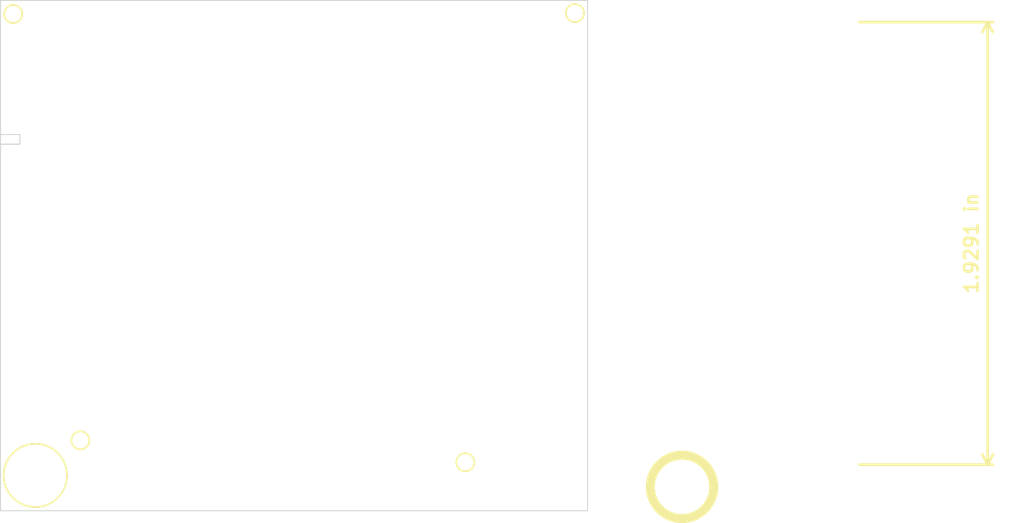
<source format=kicad_pcb>
(kicad_pcb (version 3) (host pcbnew "(22-Jun-2014 BZR 4027)-stable")

  (general
    (links 61)
    (no_connects 53)
    (area -25.094001 -10.989 174.550001 113.050001)
    (thickness 1.6)
    (drawings 16)
    (tracks 0)
    (zones 0)
    (modules 14)
    (nets 14)
  )

  (page A3)
  (layers
    (15 F.Cu signal hide)
    (0 B.Cu signal hide)
    (16 B.Adhes user hide)
    (17 F.Adhes user hide)
    (18 B.Paste user hide)
    (19 F.Paste user hide)
    (20 B.SilkS user hide)
    (21 F.SilkS user)
    (22 B.Mask user hide)
    (23 F.Mask user hide)
    (24 Dwgs.User user hide)
    (25 Cmts.User user hide)
    (26 Eco1.User user hide)
    (27 Eco2.User user hide)
    (28 Edge.Cuts user)
  )

  (setup
    (last_trace_width 0.254)
    (trace_clearance 0.254)
    (zone_clearance 0.508)
    (zone_45_only no)
    (trace_min 0.254)
    (segment_width 1)
    (edge_width 0.1)
    (via_size 0.889)
    (via_drill 0.635)
    (via_min_size 0.889)
    (via_min_drill 0.508)
    (uvia_size 0.508)
    (uvia_drill 0.127)
    (uvias_allowed no)
    (uvia_min_size 0.508)
    (uvia_min_drill 0.127)
    (pcb_text_width 0.3)
    (pcb_text_size 1.5 1.5)
    (mod_edge_width 0.15)
    (mod_text_size 1 1)
    (mod_text_width 0.15)
    (pad_size 1.5 1.5)
    (pad_drill 0.6)
    (pad_to_mask_clearance 0)
    (aux_axis_origin 0 0)
    (visible_elements FFFFFFBF)
    (pcbplotparams
      (layerselection 3178497)
      (usegerberextensions true)
      (excludeedgelayer true)
      (linewidth 0.100000)
      (plotframeref false)
      (viasonmask false)
      (mode 1)
      (useauxorigin false)
      (hpglpennumber 1)
      (hpglpenspeed 20)
      (hpglpendiameter 15)
      (hpglpenoverlay 2)
      (psnegative false)
      (psa4output false)
      (plotreference true)
      (plotvalue true)
      (plotothertext true)
      (plotinvisibletext false)
      (padsonsilk false)
      (subtractmaskfromsilk false)
      (outputformat 1)
      (mirror false)
      (drillshape 1)
      (scaleselection 1)
      (outputdirectory ""))
  )

  (net 0 "")
  (net 1 /RPi_GPIO/+5V)
  (net 2 /RPi_GPIO/VCC)
  (net 3 AGND)
  (net 4 N-000001)
  (net 5 N-0000010)
  (net 6 N-0000011)
  (net 7 N-0000012)
  (net 8 N-000002)
  (net 9 N-000004)
  (net 10 N-000006)
  (net 11 N-0000069)
  (net 12 N-0000073)
  (net 13 N-000008)

  (net_class Default "This is the default net class."
    (clearance 0.254)
    (trace_width 0.254)
    (via_dia 0.889)
    (via_drill 0.635)
    (uvia_dia 0.508)
    (uvia_drill 0.127)
    (add_net "")
    (add_net /RPi_GPIO/+5V)
    (add_net /RPi_GPIO/VCC)
    (add_net AGND)
    (add_net N-000001)
    (add_net N-0000010)
    (add_net N-0000011)
    (add_net N-0000012)
    (add_net N-000002)
    (add_net N-000004)
    (add_net N-000006)
    (add_net N-0000069)
    (add_net N-0000073)
    (add_net N-000008)
  )

  (module R6 (layer F.Cu) (tedit 200000) (tstamp 5827C20F)
    (at 0 0)
    (descr "Resistance 6 pas")
    (tags R)
    (path /5515D395/5822A805)
    (autoplace_cost180 10)
    (fp_text reference R1 (at 0 0) (layer F.SilkS)
      (effects (font (size 1.397 1.27) (thickness 0.2032)))
    )
    (fp_text value 191K (at 0.254 0) (layer F.SilkS) hide
      (effects (font (size 1.397 1.27) (thickness 0.2032)))
    )
    (fp_line (start -6.35 -1.27) (end 6.35 -1.27) (layer F.SilkS) (width 0.3048))
    (fp_line (start 6.35 -1.27) (end 6.35 1.27) (layer F.SilkS) (width 0.3048))
    (fp_line (start 6.35 1.27) (end -6.35 1.27) (layer F.SilkS) (width 0.3048))
    (fp_line (start 6.35 0) (end 7.62 0) (layer F.SilkS) (width 0.3048))
    (fp_line (start -7.62 0) (end -6.35 0) (layer F.SilkS) (width 0.3048))
    (fp_line (start -6.35 -0.508) (end -5.588 -1.27) (layer F.SilkS) (width 0.3048))
    (fp_line (start -6.35 -1.27) (end -6.35 1.27) (layer F.SilkS) (width 0.3048))
    (pad 1 thru_hole circle (at -7.62 0) (size 1.778 1.778) (drill 1.143)
      (layers *.Cu *.Mask F.SilkS)
      (net 1 /RPi_GPIO/+5V)
    )
    (pad 2 thru_hole circle (at 7.62 0) (size 1.778 1.778) (drill 1.143)
      (layers *.Cu *.Mask F.SilkS)
      (net 12 N-0000073)
    )
    (model discret/resistor.wrl
      (at (xyz 0 0 0))
      (scale (xyz 0.6 0.6 0.6))
      (rotate (xyz 0 0 0))
    )
  )

  (module R6 (layer F.Cu) (tedit 200000) (tstamp 5827C21C)
    (at 0 0)
    (descr "Resistance 6 pas")
    (tags R)
    (path /5515D395/5822A983)
    (autoplace_cost180 10)
    (fp_text reference R2 (at 0 0) (layer F.SilkS)
      (effects (font (size 1.397 1.27) (thickness 0.2032)))
    )
    (fp_text value 42.2K (at 0.254 0) (layer F.SilkS) hide
      (effects (font (size 1.397 1.27) (thickness 0.2032)))
    )
    (fp_line (start -6.35 -1.27) (end 6.35 -1.27) (layer F.SilkS) (width 0.3048))
    (fp_line (start 6.35 -1.27) (end 6.35 1.27) (layer F.SilkS) (width 0.3048))
    (fp_line (start 6.35 1.27) (end -6.35 1.27) (layer F.SilkS) (width 0.3048))
    (fp_line (start 6.35 0) (end 7.62 0) (layer F.SilkS) (width 0.3048))
    (fp_line (start -7.62 0) (end -6.35 0) (layer F.SilkS) (width 0.3048))
    (fp_line (start -6.35 -0.508) (end -5.588 -1.27) (layer F.SilkS) (width 0.3048))
    (fp_line (start -6.35 -1.27) (end -6.35 1.27) (layer F.SilkS) (width 0.3048))
    (pad 1 thru_hole circle (at -7.62 0) (size 1.778 1.778) (drill 1.143)
      (layers *.Cu *.Mask F.SilkS)
      (net 12 N-0000073)
    )
    (pad 2 thru_hole circle (at 7.62 0) (size 1.778 1.778) (drill 1.143)
      (layers *.Cu *.Mask F.SilkS)
      (net 3 AGND)
    )
    (model discret/resistor.wrl
      (at (xyz 0 0 0))
      (scale (xyz 0.6 0.6 0.6))
      (rotate (xyz 0 0 0))
    )
  )

  (module R6 (layer F.Cu) (tedit 200000) (tstamp 5827C229)
    (at 0 0)
    (descr "Resistance 6 pas")
    (tags R)
    (path /5515D395/5823F7AF)
    (autoplace_cost180 10)
    (fp_text reference R5 (at 0 0) (layer F.SilkS)
      (effects (font (size 1.397 1.27) (thickness 0.2032)))
    )
    (fp_text value R (at 0.254 0) (layer F.SilkS) hide
      (effects (font (size 1.397 1.27) (thickness 0.2032)))
    )
    (fp_line (start -6.35 -1.27) (end 6.35 -1.27) (layer F.SilkS) (width 0.3048))
    (fp_line (start 6.35 -1.27) (end 6.35 1.27) (layer F.SilkS) (width 0.3048))
    (fp_line (start 6.35 1.27) (end -6.35 1.27) (layer F.SilkS) (width 0.3048))
    (fp_line (start 6.35 0) (end 7.62 0) (layer F.SilkS) (width 0.3048))
    (fp_line (start -7.62 0) (end -6.35 0) (layer F.SilkS) (width 0.3048))
    (fp_line (start -6.35 -0.508) (end -5.588 -1.27) (layer F.SilkS) (width 0.3048))
    (fp_line (start -6.35 -1.27) (end -6.35 1.27) (layer F.SilkS) (width 0.3048))
    (pad 1 thru_hole circle (at -7.62 0) (size 1.778 1.778) (drill 1.143)
      (layers *.Cu *.Mask F.SilkS)
      (net 3 AGND)
    )
    (pad 2 thru_hole circle (at 7.62 0) (size 1.778 1.778) (drill 1.143)
      (layers *.Cu *.Mask F.SilkS)
      (net 8 N-000002)
    )
    (model discret/resistor.wrl
      (at (xyz 0 0 0))
      (scale (xyz 0.6 0.6 0.6))
      (rotate (xyz 0 0 0))
    )
  )

  (module R6 (layer F.Cu) (tedit 200000) (tstamp 5827C236)
    (at 0 0)
    (descr "Resistance 6 pas")
    (tags R)
    (path /5515D395/5823F7BE)
    (autoplace_cost180 10)
    (fp_text reference R4 (at 0 0) (layer F.SilkS)
      (effects (font (size 1.397 1.27) (thickness 0.2032)))
    )
    (fp_text value 3.3M (at 0.254 0) (layer F.SilkS) hide
      (effects (font (size 1.397 1.27) (thickness 0.2032)))
    )
    (fp_line (start -6.35 -1.27) (end 6.35 -1.27) (layer F.SilkS) (width 0.3048))
    (fp_line (start 6.35 -1.27) (end 6.35 1.27) (layer F.SilkS) (width 0.3048))
    (fp_line (start 6.35 1.27) (end -6.35 1.27) (layer F.SilkS) (width 0.3048))
    (fp_line (start 6.35 0) (end 7.62 0) (layer F.SilkS) (width 0.3048))
    (fp_line (start -7.62 0) (end -6.35 0) (layer F.SilkS) (width 0.3048))
    (fp_line (start -6.35 -0.508) (end -5.588 -1.27) (layer F.SilkS) (width 0.3048))
    (fp_line (start -6.35 -1.27) (end -6.35 1.27) (layer F.SilkS) (width 0.3048))
    (pad 1 thru_hole circle (at -7.62 0) (size 1.778 1.778) (drill 1.143)
      (layers *.Cu *.Mask F.SilkS)
      (net 7 N-0000012)
    )
    (pad 2 thru_hole circle (at 7.62 0) (size 1.778 1.778) (drill 1.143)
      (layers *.Cu *.Mask F.SilkS)
      (net 9 N-000004)
    )
    (model discret/resistor.wrl
      (at (xyz 0 0 0))
      (scale (xyz 0.6 0.6 0.6))
      (rotate (xyz 0 0 0))
    )
  )

  (module R6 (layer F.Cu) (tedit 200000) (tstamp 5827C243)
    (at 0 0)
    (descr "Resistance 6 pas")
    (tags R)
    (path /5515D395/5823F943)
    (autoplace_cost180 10)
    (fp_text reference R6 (at 0 0) (layer F.SilkS)
      (effects (font (size 1.397 1.27) (thickness 0.2032)))
    )
    (fp_text value R (at 0.254 0) (layer F.SilkS) hide
      (effects (font (size 1.397 1.27) (thickness 0.2032)))
    )
    (fp_line (start -6.35 -1.27) (end 6.35 -1.27) (layer F.SilkS) (width 0.3048))
    (fp_line (start 6.35 -1.27) (end 6.35 1.27) (layer F.SilkS) (width 0.3048))
    (fp_line (start 6.35 1.27) (end -6.35 1.27) (layer F.SilkS) (width 0.3048))
    (fp_line (start 6.35 0) (end 7.62 0) (layer F.SilkS) (width 0.3048))
    (fp_line (start -7.62 0) (end -6.35 0) (layer F.SilkS) (width 0.3048))
    (fp_line (start -6.35 -0.508) (end -5.588 -1.27) (layer F.SilkS) (width 0.3048))
    (fp_line (start -6.35 -1.27) (end -6.35 1.27) (layer F.SilkS) (width 0.3048))
    (pad 1 thru_hole circle (at -7.62 0) (size 1.778 1.778) (drill 1.143)
      (layers *.Cu *.Mask F.SilkS)
      (net 3 AGND)
    )
    (pad 2 thru_hole circle (at 7.62 0) (size 1.778 1.778) (drill 1.143)
      (layers *.Cu *.Mask F.SilkS)
      (net 4 N-000001)
    )
    (model discret/resistor.wrl
      (at (xyz 0 0 0))
      (scale (xyz 0.6 0.6 0.6))
      (rotate (xyz 0 0 0))
    )
  )

  (module R6 (layer F.Cu) (tedit 200000) (tstamp 5827C250)
    (at 0 0)
    (descr "Resistance 6 pas")
    (tags R)
    (path /5515D395/5823F969)
    (autoplace_cost180 10)
    (fp_text reference R3 (at 0 0) (layer F.SilkS)
      (effects (font (size 1.397 1.27) (thickness 0.2032)))
    )
    (fp_text value 1K (at 0.254 0) (layer F.SilkS) hide
      (effects (font (size 1.397 1.27) (thickness 0.2032)))
    )
    (fp_line (start -6.35 -1.27) (end 6.35 -1.27) (layer F.SilkS) (width 0.3048))
    (fp_line (start 6.35 -1.27) (end 6.35 1.27) (layer F.SilkS) (width 0.3048))
    (fp_line (start 6.35 1.27) (end -6.35 1.27) (layer F.SilkS) (width 0.3048))
    (fp_line (start 6.35 0) (end 7.62 0) (layer F.SilkS) (width 0.3048))
    (fp_line (start -7.62 0) (end -6.35 0) (layer F.SilkS) (width 0.3048))
    (fp_line (start -6.35 -0.508) (end -5.588 -1.27) (layer F.SilkS) (width 0.3048))
    (fp_line (start -6.35 -1.27) (end -6.35 1.27) (layer F.SilkS) (width 0.3048))
    (pad 1 thru_hole circle (at -7.62 0) (size 1.778 1.778) (drill 1.143)
      (layers *.Cu *.Mask F.SilkS)
      (net 2 /RPi_GPIO/VCC)
    )
    (pad 2 thru_hole circle (at 7.62 0) (size 1.778 1.778) (drill 1.143)
      (layers *.Cu *.Mask F.SilkS)
      (net 10 N-000006)
    )
    (model discret/resistor.wrl
      (at (xyz 0 0 0))
      (scale (xyz 0.6 0.6 0.6))
      (rotate (xyz 0 0 0))
    )
  )

  (module MAXM17503 (layer F.Cu) (tedit 581D5E22) (tstamp 5827C27A)
    (at 0 0)
    (path /5515D395/5822A541)
    (fp_text reference U1 (at 5.08 -10.16) (layer F.SilkS) hide
      (effects (font (size 1 1) (thickness 0.15)))
    )
    (fp_text value MAXM17503 (at -3.81 -10.16) (layer F.SilkS)
      (effects (font (size 1 1) (thickness 0.15)))
    )
    (fp_line (start -2.794 -8.255) (end -2.413 -8.636) (layer F.SilkS) (width 0.15))
    (fp_line (start -2.413 -8.636) (end -2.794 -8.509) (layer F.SilkS) (width 0.15))
    (fp_line (start -2.794 -8.636) (end 12.954 -8.636) (layer F.SilkS) (width 0.15))
    (fp_line (start 12.954 -8.636) (end 12.954 1.016) (layer F.SilkS) (width 0.15))
    (fp_line (start 12.954 1.016) (end -2.794 1.016) (layer F.SilkS) (width 0.15))
    (fp_line (start -2.794 1.016) (end -2.794 -8.636) (layer F.SilkS) (width 0.15))
    (pad 8 smd rect (at -0.61 0) (size 0.7 0.7)
      (layers F.Cu F.Paste F.Mask)
      (net 8 N-000002)
    )
    (pad 9 smd rect (at 0.66 0) (size 0.7 0.7)
      (layers F.Cu F.Paste F.Mask)
      (net 2 /RPi_GPIO/VCC)
    )
    (pad 10 smd rect (at 1.93 0) (size 0.7 0.7)
      (layers F.Cu F.Paste F.Mask)
      (net 3 AGND)
    )
    (pad 12 smd rect (at 7.01 0) (size 0.7 0.7)
      (layers F.Cu F.Paste F.Mask)
      (net 1 /RPi_GPIO/+5V)
    )
    (pad 13 smd rect (at 8.28 0) (size 0.7 0.7)
      (layers F.Cu F.Paste F.Mask)
      (net 1 /RPi_GPIO/+5V)
    )
    (pad 14 smd rect (at 9.55 0) (size 0.7 0.7)
      (layers F.Cu F.Paste F.Mask)
      (net 1 /RPi_GPIO/+5V)
    )
    (pad 15 smd rect (at 10.82 0) (size 0.7 0.7)
      (layers F.Cu F.Paste F.Mask)
      (net 1 /RPi_GPIO/+5V)
    )
    (pad 16 smd rect (at 12.09 0) (size 0.7 0.7)
      (layers F.Cu F.Paste F.Mask)
      (net 1 /RPi_GPIO/+5V)
    )
    (pad 7 smd rect (at -1.88 0) (size 0.7 0.7)
      (layers F.Cu F.Paste F.Mask)
    )
    (pad 6 smd rect (at -1.88 -1.27) (size 0.7 0.7)
      (layers F.Cu F.Paste F.Mask)
      (net 4 N-000001)
    )
    (pad 5 smd rect (at -1.88 -2.54) (size 0.7 0.7)
      (layers F.Cu F.Paste F.Mask)
      (net 12 N-0000073)
    )
    (pad 4 smd rect (at -1.88 -3.81) (size 0.7 0.7)
      (layers F.Cu F.Paste F.Mask)
    )
    (pad 3 smd rect (at -1.88 -5.08) (size 0.7 0.7)
      (layers F.Cu F.Paste F.Mask)
      (net 13 N-000008)
    )
    (pad 2 smd rect (at -1.88 -6.35) (size 0.7 0.7)
      (layers F.Cu F.Paste F.Mask)
    )
    (pad 1 smd rect (at -1.88 -7.62) (size 0.7 0.7)
      (layers F.Cu F.Paste F.Mask)
    )
    (pad 29 smd rect (at -0.61 -7.62) (size 0.7 0.7)
      (layers F.Cu F.Paste F.Mask)
      (net 10 N-000006)
    )
    (pad 28 smd rect (at 0.66 -7.62) (size 0.7 0.7)
      (layers F.Cu F.Paste F.Mask)
      (net 9 N-000004)
    )
    (pad 25 smd rect (at 7.01 -7.62) (size 0.7 0.7)
      (layers F.Cu F.Paste F.Mask)
    )
    (pad 24 smd rect (at 8.28 -7.62) (size 0.7 0.7)
      (layers F.Cu F.Paste F.Mask)
      (net 11 N-0000069)
    )
    (pad 23 smd rect (at 9.55 -7.62) (size 0.7 0.7)
      (layers F.Cu F.Paste F.Mask)
      (net 11 N-0000069)
    )
    (pad 22 smd rect (at 10.82 -7.62) (size 0.7 0.7)
      (layers F.Cu F.Paste F.Mask)
      (net 11 N-0000069)
    )
    (pad 21 smd rect (at 12.09 -7.62) (size 0.7 0.7)
      (layers F.Cu F.Paste F.Mask)
      (net 11 N-0000069)
    )
    (pad 20 smd rect (at 12.09 -6.35) (size 0.7 0.7)
      (layers F.Cu F.Paste F.Mask)
      (net 11 N-0000069)
    )
    (pad 19 smd rect (at 12.09 -5.08) (size 0.7 0.7)
      (layers F.Cu F.Paste F.Mask)
      (net 11 N-0000069)
    )
    (pad 18 smd rect (at 12.09 -2.54) (size 0.7 0.7)
      (layers F.Cu F.Paste F.Mask)
      (net 1 /RPi_GPIO/+5V)
    )
    (pad 17 smd rect (at 12.09 -1.27) (size 0.7 0.7)
      (layers F.Cu F.Paste F.Mask)
      (net 1 /RPi_GPIO/+5V)
    )
    (pad 27 smd rect (at 2.54 -7.62) (size 1.92 1.92) (drill (offset 0 0.61))
      (layers F.Cu F.Paste F.Mask)
      (net 7 N-0000012)
    )
    (pad 26 smd rect (at 5.08 -7.62) (size 1.92 1.92) (drill (offset 0 0.61))
      (layers F.Cu F.Paste F.Mask)
      (net 3 AGND)
    )
    (pad EP1 smd rect (at 0.66 -3.81) (size 3.19 3.19)
      (layers F.Cu F.Paste F.Mask)
      (net 3 AGND)
    )
    (pad EP2 smd rect (at 8.89 -5.72) (size 4.46 1.92)
      (layers F.Cu F.Paste F.Mask)
      (net 11 N-0000069)
    )
    (pad EP3 smd rect (at 8.89 -1.9) (size 4.46 1.92)
      (layers F.Cu F.Paste F.Mask)
      (net 1 /RPi_GPIO/+5V)
    )
    (pad 11 smd rect (at 4.47 -0.61) (size 3.19 1.92)
      (layers F.Cu F.Paste F.Mask)
      (net 3 AGND)
    )
  )

  (module C1 (layer F.Cu) (tedit 3F92C496) (tstamp 5827C285)
    (at 0 0)
    (descr "Condensateur e = 1 pas")
    (tags C)
    (path /5515D395/5822AB25)
    (fp_text reference C1 (at 0.254 -2.286) (layer F.SilkS)
      (effects (font (size 1.016 1.016) (thickness 0.2032)))
    )
    (fp_text value 22uF (at 0 -2.286) (layer F.SilkS) hide
      (effects (font (size 1.016 1.016) (thickness 0.2032)))
    )
    (fp_line (start -2.4892 -1.27) (end 2.54 -1.27) (layer F.SilkS) (width 0.3048))
    (fp_line (start 2.54 -1.27) (end 2.54 1.27) (layer F.SilkS) (width 0.3048))
    (fp_line (start 2.54 1.27) (end -2.54 1.27) (layer F.SilkS) (width 0.3048))
    (fp_line (start -2.54 1.27) (end -2.54 -1.27) (layer F.SilkS) (width 0.3048))
    (fp_line (start -2.54 -0.635) (end -1.905 -1.27) (layer F.SilkS) (width 0.3048))
    (pad 1 thru_hole circle (at -1.27 0) (size 1.397 1.397) (drill 0.8128)
      (layers *.Cu *.Mask F.SilkS)
      (net 1 /RPi_GPIO/+5V)
    )
    (pad 2 thru_hole circle (at 1.27 0) (size 1.397 1.397) (drill 0.8128)
      (layers *.Cu *.Mask F.SilkS)
      (net 3 AGND)
    )
    (model discret/capa_1_pas.wrl
      (at (xyz 0 0 0))
      (scale (xyz 1 1 1))
      (rotate (xyz 0 0 0))
    )
  )

  (module C1 (layer F.Cu) (tedit 3F92C496) (tstamp 5827C290)
    (at 0 0)
    (descr "Condensateur e = 1 pas")
    (tags C)
    (path /5515D395/5823FC0B)
    (fp_text reference C3 (at 0.254 -2.286) (layer F.SilkS)
      (effects (font (size 1.016 1.016) (thickness 0.2032)))
    )
    (fp_text value C (at 0 -2.286) (layer F.SilkS) hide
      (effects (font (size 1.016 1.016) (thickness 0.2032)))
    )
    (fp_line (start -2.4892 -1.27) (end 2.54 -1.27) (layer F.SilkS) (width 0.3048))
    (fp_line (start 2.54 -1.27) (end 2.54 1.27) (layer F.SilkS) (width 0.3048))
    (fp_line (start 2.54 1.27) (end -2.54 1.27) (layer F.SilkS) (width 0.3048))
    (fp_line (start -2.54 1.27) (end -2.54 -1.27) (layer F.SilkS) (width 0.3048))
    (fp_line (start -2.54 -0.635) (end -1.905 -1.27) (layer F.SilkS) (width 0.3048))
    (pad 1 thru_hole circle (at -1.27 0) (size 1.397 1.397) (drill 0.8128)
      (layers *.Cu *.Mask F.SilkS)
      (net 13 N-000008)
    )
    (pad 2 thru_hole circle (at 1.27 0) (size 1.397 1.397) (drill 0.8128)
      (layers *.Cu *.Mask F.SilkS)
      (net 3 AGND)
    )
    (model discret/capa_1_pas.wrl
      (at (xyz 0 0 0))
      (scale (xyz 1 1 1))
      (rotate (xyz 0 0 0))
    )
  )

  (module C1 (layer F.Cu) (tedit 3F92C496) (tstamp 5827C29B)
    (at 0 0)
    (descr "Condensateur e = 1 pas")
    (tags C)
    (path /5515D395/582665CB)
    (fp_text reference C4 (at 0.254 -2.286) (layer F.SilkS)
      (effects (font (size 1.016 1.016) (thickness 0.2032)))
    )
    (fp_text value 2.2uF (at 0 -2.286) (layer F.SilkS) hide
      (effects (font (size 1.016 1.016) (thickness 0.2032)))
    )
    (fp_line (start -2.4892 -1.27) (end 2.54 -1.27) (layer F.SilkS) (width 0.3048))
    (fp_line (start 2.54 -1.27) (end 2.54 1.27) (layer F.SilkS) (width 0.3048))
    (fp_line (start 2.54 1.27) (end -2.54 1.27) (layer F.SilkS) (width 0.3048))
    (fp_line (start -2.54 1.27) (end -2.54 -1.27) (layer F.SilkS) (width 0.3048))
    (fp_line (start -2.54 -0.635) (end -1.905 -1.27) (layer F.SilkS) (width 0.3048))
    (pad 1 thru_hole circle (at -1.27 0) (size 1.397 1.397) (drill 0.8128)
      (layers *.Cu *.Mask F.SilkS)
      (net 3 AGND)
    )
    (pad 2 thru_hole circle (at 1.27 0) (size 1.397 1.397) (drill 0.8128)
      (layers *.Cu *.Mask F.SilkS)
      (net 7 N-0000012)
    )
    (model discret/capa_1_pas.wrl
      (at (xyz 0 0 0))
      (scale (xyz 1 1 1))
      (rotate (xyz 0 0 0))
    )
  )

  (module C1 (layer F.Cu) (tedit 3F92C496) (tstamp 5827C2A6)
    (at 0 0)
    (descr "Condensateur e = 1 pas")
    (tags C)
    (path /5515D395/58266640)
    (fp_text reference C2 (at 0.254 -2.286) (layer F.SilkS)
      (effects (font (size 1.016 1.016) (thickness 0.2032)))
    )
    (fp_text value 2.2uF (at 0 -2.286) (layer F.SilkS) hide
      (effects (font (size 1.016 1.016) (thickness 0.2032)))
    )
    (fp_line (start -2.4892 -1.27) (end 2.54 -1.27) (layer F.SilkS) (width 0.3048))
    (fp_line (start 2.54 -1.27) (end 2.54 1.27) (layer F.SilkS) (width 0.3048))
    (fp_line (start 2.54 1.27) (end -2.54 1.27) (layer F.SilkS) (width 0.3048))
    (fp_line (start -2.54 1.27) (end -2.54 -1.27) (layer F.SilkS) (width 0.3048))
    (fp_line (start -2.54 -0.635) (end -1.905 -1.27) (layer F.SilkS) (width 0.3048))
    (pad 1 thru_hole circle (at -1.27 0) (size 1.397 1.397) (drill 0.8128)
      (layers *.Cu *.Mask F.SilkS)
      (net 3 AGND)
    )
    (pad 2 thru_hole circle (at 1.27 0) (size 1.397 1.397) (drill 0.8128)
      (layers *.Cu *.Mask F.SilkS)
      (net 7 N-0000012)
    )
    (model discret/capa_1_pas.wrl
      (at (xyz 0 0 0))
      (scale (xyz 1 1 1))
      (rotate (xyz 0 0 0))
    )
  )

  (module bornier2 (layer F.Cu) (tedit 3EC0ED69) (tstamp 5827C2B1)
    (at 0 0)
    (descr "Bornier d'alimentation 2 pins")
    (tags DEV)
    (path /5515D395/5823FB50)
    (fp_text reference P2 (at 0 -5.08) (layer F.SilkS)
      (effects (font (size 1.524 1.524) (thickness 0.3048)))
    )
    (fp_text value CONN_2 (at 0 5.08) (layer F.SilkS)
      (effects (font (size 1.524 1.524) (thickness 0.3048)))
    )
    (fp_line (start 5.08 2.54) (end -5.08 2.54) (layer F.SilkS) (width 0.3048))
    (fp_line (start 5.08 3.81) (end 5.08 -3.81) (layer F.SilkS) (width 0.3048))
    (fp_line (start 5.08 -3.81) (end -5.08 -3.81) (layer F.SilkS) (width 0.3048))
    (fp_line (start -5.08 -3.81) (end -5.08 3.81) (layer F.SilkS) (width 0.3048))
    (fp_line (start -5.08 3.81) (end 5.08 3.81) (layer F.SilkS) (width 0.3048))
    (pad 1 thru_hole rect (at -2.54 0) (size 2.54 2.54) (drill 1.524)
      (layers *.Cu *.Mask F.SilkS)
      (net 7 N-0000012)
    )
    (pad 2 thru_hole circle (at 2.54 0) (size 2.54 2.54) (drill 1.524)
      (layers *.Cu *.Mask F.SilkS)
      (net 3 AGND)
    )
    (model device/bornier_2.wrl
      (at (xyz 0 0 0))
      (scale (xyz 1 1 1))
      (rotate (xyz 0 0 0))
    )
  )

  (module "3m 2x20 socket" (layer F.Cu) (tedit 5822A076) (tstamp 5827C2E1)
    (at 0 0)
    (path /5515D395/5516AE26)
    (fp_text reference J2 (at 1.27 -7.62) (layer F.SilkS) hide
      (effects (font (size 1 1) (thickness 0.15)))
    )
    (fp_text value RPi_GPIO (at 0.635 -5.715) (layer F.SilkS)
      (effects (font (size 1 1) (thickness 0.15)))
    )
    (fp_line (start -24.765 -4.445) (end 27.305 -4.445) (layer F.SilkS) (width 0.15))
    (fp_line (start 27.305 -4.445) (end 27.305 1.905) (layer F.SilkS) (width 0.15))
    (fp_line (start 27.305 1.905) (end -24.765 1.905) (layer F.SilkS) (width 0.15))
    (fp_line (start -24.765 1.905) (end -24.765 -4.445) (layer F.SilkS) (width 0.15))
    (pad 1 thru_hole circle (at -22.86 0) (size 1.25 1.25) (drill 1.02)
      (layers *.Cu *.Mask F.SilkS)
    )
    (pad 2 thru_hole circle (at -22.86 -2.54) (size 1.25 1.25) (drill 1.02)
      (layers *.Cu *.Mask F.SilkS)
      (net 5 N-0000010)
    )
    (pad 3 thru_hole circle (at -20.32 0) (size 1.25 1.25) (drill 1.02)
      (layers *.Cu *.Mask F.SilkS)
    )
    (pad 4 thru_hole circle (at -20.32 -2.54) (size 1.25 1.25) (drill 1.02)
      (layers *.Cu *.Mask F.SilkS)
      (net 5 N-0000010)
    )
    (pad 5 thru_hole circle (at -17.78 0) (size 1.25 1.25) (drill 1.02)
      (layers *.Cu *.Mask F.SilkS)
    )
    (pad 6 thru_hole circle (at -17.78 -2.54) (size 1.25 1.25) (drill 1.02)
      (layers *.Cu *.Mask F.SilkS)
      (net 3 AGND)
    )
    (pad 7 thru_hole circle (at -15.24 0) (size 1.25 1.25) (drill 1.02)
      (layers *.Cu *.Mask F.SilkS)
    )
    (pad 8 thru_hole circle (at -15.24 -2.54) (size 1.25 1.25) (drill 1.02)
      (layers *.Cu *.Mask F.SilkS)
    )
    (pad 9 thru_hole circle (at -12.7 0) (size 1.25 1.25) (drill 1.02)
      (layers *.Cu *.Mask F.SilkS)
      (net 3 AGND)
    )
    (pad 10 thru_hole circle (at -12.7 -2.54) (size 1.25 1.25) (drill 1.02)
      (layers *.Cu *.Mask F.SilkS)
    )
    (pad 11 thru_hole circle (at -10.16 0) (size 1.25 1.25) (drill 1.02)
      (layers *.Cu *.Mask F.SilkS)
    )
    (pad 12 thru_hole circle (at -10.16 -2.54) (size 1.25 1.25) (drill 1.02)
      (layers *.Cu *.Mask F.SilkS)
    )
    (pad 13 thru_hole circle (at -7.62 0) (size 1.25 1.25) (drill 1.02)
      (layers *.Cu *.Mask F.SilkS)
    )
    (pad 14 thru_hole circle (at -7.62 -2.54) (size 1.25 1.25) (drill 1.02)
      (layers *.Cu *.Mask F.SilkS)
      (net 3 AGND)
    )
    (pad 15 thru_hole circle (at -5.08 0) (size 1.25 1.25) (drill 1.02)
      (layers *.Cu *.Mask F.SilkS)
    )
    (pad 16 thru_hole circle (at -5.08 -2.54) (size 1.25 1.25) (drill 1.02)
      (layers *.Cu *.Mask F.SilkS)
    )
    (pad 17 thru_hole circle (at -2.54 0) (size 1.25 1.25) (drill 1.02)
      (layers *.Cu *.Mask F.SilkS)
    )
    (pad 18 thru_hole circle (at -2.54 -2.54) (size 1.25 1.25) (drill 1.02)
      (layers *.Cu *.Mask F.SilkS)
    )
    (pad 19 thru_hole circle (at 0 0) (size 1.25 1.25) (drill 1.02)
      (layers *.Cu *.Mask F.SilkS)
    )
    (pad 20 thru_hole circle (at 0 -2.54) (size 1.25 1.25) (drill 1.02)
      (layers *.Cu *.Mask F.SilkS)
      (net 3 AGND)
    )
    (pad 21 thru_hole circle (at 2.54 0) (size 1.25 1.25) (drill 1.02)
      (layers *.Cu *.Mask F.SilkS)
    )
    (pad 22 thru_hole circle (at 2.54 -2.54) (size 1.25 1.25) (drill 1.02)
      (layers *.Cu *.Mask F.SilkS)
    )
    (pad 23 thru_hole circle (at 5.08 0) (size 1.25 1.25) (drill 1.02)
      (layers *.Cu *.Mask F.SilkS)
    )
    (pad 24 thru_hole circle (at 5.08 -2.54) (size 1.25 1.25) (drill 1.02)
      (layers *.Cu *.Mask F.SilkS)
    )
    (pad 25 thru_hole circle (at 7.62 0) (size 1.25 1.25) (drill 1.02)
      (layers *.Cu *.Mask F.SilkS)
      (net 3 AGND)
    )
    (pad 26 thru_hole circle (at 7.62 -2.54) (size 1.25 1.25) (drill 1.02)
      (layers *.Cu *.Mask F.SilkS)
    )
    (pad 27 thru_hole circle (at 10.16 0) (size 1.25 1.25) (drill 1.02)
      (layers *.Cu *.Mask F.SilkS)
    )
    (pad 28 thru_hole circle (at 10.16 -2.54) (size 1.25 1.25) (drill 1.02)
      (layers *.Cu *.Mask F.SilkS)
    )
    (pad 29 thru_hole circle (at 12.7 0) (size 1.25 1.25) (drill 1.02)
      (layers *.Cu *.Mask F.SilkS)
    )
    (pad 30 thru_hole circle (at 12.7 -2.54) (size 1.25 1.25) (drill 1.02)
      (layers *.Cu *.Mask F.SilkS)
      (net 3 AGND)
    )
    (pad 31 thru_hole circle (at 15.24 0) (size 1.25 1.25) (drill 1.02)
      (layers *.Cu *.Mask F.SilkS)
    )
    (pad 32 thru_hole circle (at 15.24 -2.54) (size 1.25 1.25) (drill 1.02)
      (layers *.Cu *.Mask F.SilkS)
    )
    (pad 33 thru_hole circle (at 17.78 0) (size 1.25 1.25) (drill 1.02)
      (layers *.Cu *.Mask F.SilkS)
    )
    (pad 34 thru_hole circle (at 17.78 -2.54) (size 1.25 1.25) (drill 1.02)
      (layers *.Cu *.Mask F.SilkS)
      (net 3 AGND)
    )
    (pad 35 thru_hole circle (at 20.32 0) (size 1.25 1.25) (drill 1.02)
      (layers *.Cu *.Mask F.SilkS)
    )
    (pad 36 thru_hole circle (at 20.32 -2.54) (size 1.25 1.25) (drill 1.02)
      (layers *.Cu *.Mask F.SilkS)
    )
    (pad 37 thru_hole circle (at 22.86 0) (size 1.25 1.25) (drill 1.02)
      (layers *.Cu *.Mask F.SilkS)
    )
    (pad 38 thru_hole circle (at 22.86 -2.54) (size 1.25 1.25) (drill 1.02)
      (layers *.Cu *.Mask F.SilkS)
    )
    (pad 39 thru_hole circle (at 25.4 0) (size 1.25 1.25) (drill 1.02)
      (layers *.Cu *.Mask F.SilkS)
      (net 3 AGND)
    )
    (pad 40 thru_hole circle (at 25.4 -2.54) (size 1.25 1.25) (drill 1.02)
      (layers *.Cu *.Mask F.SilkS)
    )
  )

  (module "3m 2x20 socket" (layer F.Cu) (tedit 5822A076) (tstamp 5827C311)
    (at 0 0)
    (path /5515D395/5822AD19)
    (fp_text reference P1 (at 1.27 -7.62) (layer F.SilkS) hide
      (effects (font (size 1 1) (thickness 0.15)))
    )
    (fp_text value CONN_20X2 (at 0.635 -5.715) (layer F.SilkS)
      (effects (font (size 1 1) (thickness 0.15)))
    )
    (fp_line (start -24.765 -4.445) (end 27.305 -4.445) (layer F.SilkS) (width 0.15))
    (fp_line (start 27.305 -4.445) (end 27.305 1.905) (layer F.SilkS) (width 0.15))
    (fp_line (start 27.305 1.905) (end -24.765 1.905) (layer F.SilkS) (width 0.15))
    (fp_line (start -24.765 1.905) (end -24.765 -4.445) (layer F.SilkS) (width 0.15))
    (pad 1 thru_hole circle (at -22.86 0) (size 1.25 1.25) (drill 1.02)
      (layers *.Cu *.Mask F.SilkS)
      (net 6 N-0000011)
    )
    (pad 2 thru_hole circle (at -22.86 -2.54) (size 1.25 1.25) (drill 1.02)
      (layers *.Cu *.Mask F.SilkS)
    )
    (pad 3 thru_hole circle (at -20.32 0) (size 1.25 1.25) (drill 1.02)
      (layers *.Cu *.Mask F.SilkS)
    )
    (pad 4 thru_hole circle (at -20.32 -2.54) (size 1.25 1.25) (drill 1.02)
      (layers *.Cu *.Mask F.SilkS)
    )
    (pad 5 thru_hole circle (at -17.78 0) (size 1.25 1.25) (drill 1.02)
      (layers *.Cu *.Mask F.SilkS)
    )
    (pad 6 thru_hole circle (at -17.78 -2.54) (size 1.25 1.25) (drill 1.02)
      (layers *.Cu *.Mask F.SilkS)
    )
    (pad 7 thru_hole circle (at -15.24 0) (size 1.25 1.25) (drill 1.02)
      (layers *.Cu *.Mask F.SilkS)
    )
    (pad 8 thru_hole circle (at -15.24 -2.54) (size 1.25 1.25) (drill 1.02)
      (layers *.Cu *.Mask F.SilkS)
    )
    (pad 9 thru_hole circle (at -12.7 0) (size 1.25 1.25) (drill 1.02)
      (layers *.Cu *.Mask F.SilkS)
    )
    (pad 10 thru_hole circle (at -12.7 -2.54) (size 1.25 1.25) (drill 1.02)
      (layers *.Cu *.Mask F.SilkS)
    )
    (pad 11 thru_hole circle (at -10.16 0) (size 1.25 1.25) (drill 1.02)
      (layers *.Cu *.Mask F.SilkS)
    )
    (pad 12 thru_hole circle (at -10.16 -2.54) (size 1.25 1.25) (drill 1.02)
      (layers *.Cu *.Mask F.SilkS)
    )
    (pad 13 thru_hole circle (at -7.62 0) (size 1.25 1.25) (drill 1.02)
      (layers *.Cu *.Mask F.SilkS)
      (net 6 N-0000011)
    )
    (pad 14 thru_hole circle (at -7.62 -2.54) (size 1.25 1.25) (drill 1.02)
      (layers *.Cu *.Mask F.SilkS)
    )
    (pad 15 thru_hole circle (at -5.08 0) (size 1.25 1.25) (drill 1.02)
      (layers *.Cu *.Mask F.SilkS)
      (net 6 N-0000011)
    )
    (pad 16 thru_hole circle (at -5.08 -2.54) (size 1.25 1.25) (drill 1.02)
      (layers *.Cu *.Mask F.SilkS)
    )
    (pad 17 thru_hole circle (at -2.54 0) (size 1.25 1.25) (drill 1.02)
      (layers *.Cu *.Mask F.SilkS)
      (net 6 N-0000011)
    )
    (pad 18 thru_hole circle (at -2.54 -2.54) (size 1.25 1.25) (drill 1.02)
      (layers *.Cu *.Mask F.SilkS)
    )
    (pad 19 thru_hole circle (at 0 0) (size 1.25 1.25) (drill 1.02)
      (layers *.Cu *.Mask F.SilkS)
      (net 6 N-0000011)
    )
    (pad 20 thru_hole circle (at 0 -2.54) (size 1.25 1.25) (drill 1.02)
      (layers *.Cu *.Mask F.SilkS)
    )
    (pad 21 thru_hole circle (at 2.54 0) (size 1.25 1.25) (drill 1.02)
      (layers *.Cu *.Mask F.SilkS)
      (net 6 N-0000011)
    )
    (pad 22 thru_hole circle (at 2.54 -2.54) (size 1.25 1.25) (drill 1.02)
      (layers *.Cu *.Mask F.SilkS)
    )
    (pad 23 thru_hole circle (at 5.08 0) (size 1.25 1.25) (drill 1.02)
      (layers *.Cu *.Mask F.SilkS)
      (net 6 N-0000011)
    )
    (pad 24 thru_hole circle (at 5.08 -2.54) (size 1.25 1.25) (drill 1.02)
      (layers *.Cu *.Mask F.SilkS)
    )
    (pad 25 thru_hole circle (at 7.62 0) (size 1.25 1.25) (drill 1.02)
      (layers *.Cu *.Mask F.SilkS)
      (net 6 N-0000011)
    )
    (pad 26 thru_hole circle (at 7.62 -2.54) (size 1.25 1.25) (drill 1.02)
      (layers *.Cu *.Mask F.SilkS)
    )
    (pad 27 thru_hole circle (at 10.16 0) (size 1.25 1.25) (drill 1.02)
      (layers *.Cu *.Mask F.SilkS)
      (net 6 N-0000011)
    )
    (pad 28 thru_hole circle (at 10.16 -2.54) (size 1.25 1.25) (drill 1.02)
      (layers *.Cu *.Mask F.SilkS)
    )
    (pad 29 thru_hole circle (at 12.7 0) (size 1.25 1.25) (drill 1.02)
      (layers *.Cu *.Mask F.SilkS)
      (net 6 N-0000011)
    )
    (pad 30 thru_hole circle (at 12.7 -2.54) (size 1.25 1.25) (drill 1.02)
      (layers *.Cu *.Mask F.SilkS)
    )
    (pad 31 thru_hole circle (at 15.24 0) (size 1.25 1.25) (drill 1.02)
      (layers *.Cu *.Mask F.SilkS)
      (net 6 N-0000011)
    )
    (pad 32 thru_hole circle (at 15.24 -2.54) (size 1.25 1.25) (drill 1.02)
      (layers *.Cu *.Mask F.SilkS)
    )
    (pad 33 thru_hole circle (at 17.78 0) (size 1.25 1.25) (drill 1.02)
      (layers *.Cu *.Mask F.SilkS)
      (net 6 N-0000011)
    )
    (pad 34 thru_hole circle (at 17.78 -2.54) (size 1.25 1.25) (drill 1.02)
      (layers *.Cu *.Mask F.SilkS)
    )
    (pad 35 thru_hole circle (at 20.32 0) (size 1.25 1.25) (drill 1.02)
      (layers *.Cu *.Mask F.SilkS)
      (net 6 N-0000011)
    )
    (pad 36 thru_hole circle (at 20.32 -2.54) (size 1.25 1.25) (drill 1.02)
      (layers *.Cu *.Mask F.SilkS)
    )
    (pad 37 thru_hole circle (at 22.86 0) (size 1.25 1.25) (drill 1.02)
      (layers *.Cu *.Mask F.SilkS)
      (net 6 N-0000011)
    )
    (pad 38 thru_hole circle (at 22.86 -2.54) (size 1.25 1.25) (drill 1.02)
      (layers *.Cu *.Mask F.SilkS)
    )
    (pad 39 thru_hole circle (at 25.4 0) (size 1.25 1.25) (drill 1.02)
      (layers *.Cu *.Mask F.SilkS)
      (net 6 N-0000011)
    )
    (pad 40 thru_hole circle (at 25.4 -2.54) (size 1.25 1.25) (drill 1.02)
      (layers *.Cu *.Mask F.SilkS)
    )
  )

  (gr_line (start 109.5 56.5) (end 109.5 113) (angle 90) (layer Edge.Cuts) (width 0.1))
  (gr_line (start 109.49 72.42) (end 111.61 72.42) (angle 90) (layer Edge.Cuts) (width 0.1))
  (gr_line (start 111.64 72.42) (end 109.49 72.42) (angle 90) (layer Edge.Cuts) (width 0.1))
  (gr_line (start 111.64 71.35) (end 111.64 72.42) (angle 90) (layer Edge.Cuts) (width 0.1))
  (gr_line (start 109.52 71.35) (end 111.64 71.35) (angle 90) (layer Edge.Cuts) (width 0.1))
  (gr_circle (center 184.96 110.36) (end 188.37 111.19) (layer F.SilkS) (width 1))
  (gr_circle (center 113.35 109.09) (end 114.82 112.27) (layer F.SilkS) (width 0.2))
  (dimension 49 (width 0.3) (layer F.SilkS)
    (gr_text "49.000 mm" (at 220.149999 83.400001 270) (layer F.SilkS)
      (effects (font (size 1.5 1.5) (thickness 0.3)))
    )
    (feature1 (pts (xy 204.6 107.9) (xy 221.499999 107.900001)))
    (feature2 (pts (xy 204.6 58.9) (xy 221.499999 58.900001)))
    (crossbar (pts (xy 218.799999 58.900001) (xy 218.799999 107.900001)))
    (arrow1a (pts (xy 218.799999 107.900001) (xy 218.213579 106.773498)))
    (arrow1b (pts (xy 218.799999 107.900001) (xy 219.386419 106.773498)))
    (arrow2a (pts (xy 218.799999 58.900001) (xy 218.213579 60.026504)))
    (arrow2b (pts (xy 218.799999 58.900001) (xy 219.386419 60.026504)))
  )
  (gr_circle (center 173.1 57.9) (end 173.9 58.5) (layer F.SilkS) (width 0.2) (tstamp 5827D9A5))
  (gr_circle (center 160.97 107.63) (end 161.77 108.23) (layer F.SilkS) (width 0.2) (tstamp 5827D8E9))
  (gr_circle (center 110.9 58) (end 111.7 58.6) (layer F.SilkS) (width 0.2) (tstamp 5827D083))
  (gr_circle (center 118.34 105.21) (end 119.14 105.81) (layer F.SilkS) (width 0.2))
  (gr_line (start 109.5 112.8) (end 109.5 113) (angle 90) (layer Edge.Cuts) (width 0.1))
  (gr_line (start 174.5 56.5) (end 109.5 56.5) (angle 90) (layer Edge.Cuts) (width 0.1))
  (gr_line (start 174.5 113) (end 174.5 56.5) (angle 90) (layer Edge.Cuts) (width 0.1))
  (gr_line (start 109.5 113) (end 174.5 113) (angle 90) (layer Edge.Cuts) (width 0.1))

)

</source>
